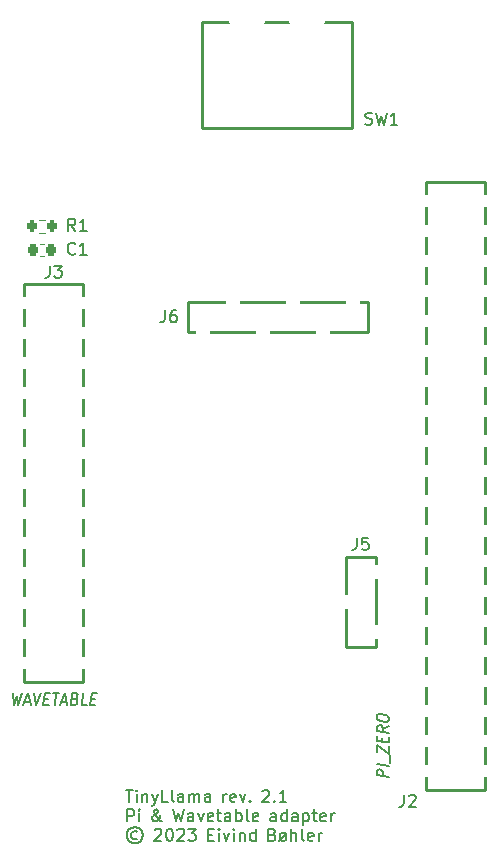
<source format=gto>
G04 #@! TF.GenerationSoftware,KiCad,Pcbnew,(7.0.0-0)*
G04 #@! TF.CreationDate,2023-03-19T22:54:23+01:00*
G04 #@! TF.ProjectId,TinyLlama-Wavetable,54696e79-4c6c-4616-9d61-2d5761766574,rev?*
G04 #@! TF.SameCoordinates,Original*
G04 #@! TF.FileFunction,Legend,Top*
G04 #@! TF.FilePolarity,Positive*
%FSLAX46Y46*%
G04 Gerber Fmt 4.6, Leading zero omitted, Abs format (unit mm)*
G04 Created by KiCad (PCBNEW (7.0.0-0)) date 2023-03-19 22:54:23*
%MOMM*%
%LPD*%
G01*
G04 APERTURE LIST*
G04 Aperture macros list*
%AMRoundRect*
0 Rectangle with rounded corners*
0 $1 Rounding radius*
0 $2 $3 $4 $5 $6 $7 $8 $9 X,Y pos of 4 corners*
0 Add a 4 corners polygon primitive as box body*
4,1,4,$2,$3,$4,$5,$6,$7,$8,$9,$2,$3,0*
0 Add four circle primitives for the rounded corners*
1,1,$1+$1,$2,$3*
1,1,$1+$1,$4,$5*
1,1,$1+$1,$6,$7*
1,1,$1+$1,$8,$9*
0 Add four rect primitives between the rounded corners*
20,1,$1+$1,$2,$3,$4,$5,0*
20,1,$1+$1,$4,$5,$6,$7,0*
20,1,$1+$1,$6,$7,$8,$9,0*
20,1,$1+$1,$8,$9,$2,$3,0*%
G04 Aperture macros list end*
%ADD10C,0.203200*%
%ADD11C,0.254000*%
%ADD12C,0.120000*%
%ADD13C,4.064000*%
%ADD14R,2.300000X1.020000*%
%ADD15R,1.270000X2.200000*%
%ADD16RoundRect,0.225000X-0.225000X-0.250000X0.225000X-0.250000X0.225000X0.250000X-0.225000X0.250000X0*%
%ADD17RoundRect,0.200000X0.200000X0.275000X-0.200000X0.275000X-0.200000X-0.275000X0.200000X-0.275000X0*%
%ADD18R,2.200000X1.270000*%
%ADD19C,3.000000*%
G04 APERTURE END LIST*
D10*
X-27903238Y-25711339D02*
X-27322666Y-25711339D01*
X-27612952Y-26727339D02*
X-27612952Y-25711339D01*
X-26984000Y-26727339D02*
X-26984000Y-26050005D01*
X-26984000Y-25711339D02*
X-27032381Y-25759720D01*
X-27032381Y-25759720D02*
X-26984000Y-25808100D01*
X-26984000Y-25808100D02*
X-26935619Y-25759720D01*
X-26935619Y-25759720D02*
X-26984000Y-25711339D01*
X-26984000Y-25711339D02*
X-26984000Y-25808100D01*
X-26500190Y-26050005D02*
X-26500190Y-26727339D01*
X-26500190Y-26146767D02*
X-26451809Y-26098386D01*
X-26451809Y-26098386D02*
X-26355047Y-26050005D01*
X-26355047Y-26050005D02*
X-26209904Y-26050005D01*
X-26209904Y-26050005D02*
X-26113142Y-26098386D01*
X-26113142Y-26098386D02*
X-26064761Y-26195148D01*
X-26064761Y-26195148D02*
X-26064761Y-26727339D01*
X-25677714Y-26050005D02*
X-25435809Y-26727339D01*
X-25193904Y-26050005D02*
X-25435809Y-26727339D01*
X-25435809Y-26727339D02*
X-25532571Y-26969243D01*
X-25532571Y-26969243D02*
X-25580952Y-27017624D01*
X-25580952Y-27017624D02*
X-25677714Y-27066005D01*
X-24323047Y-26727339D02*
X-24806857Y-26727339D01*
X-24806857Y-26727339D02*
X-24806857Y-25711339D01*
X-23839238Y-26727339D02*
X-23936000Y-26678958D01*
X-23936000Y-26678958D02*
X-23984381Y-26582196D01*
X-23984381Y-26582196D02*
X-23984381Y-25711339D01*
X-23016762Y-26727339D02*
X-23016762Y-26195148D01*
X-23016762Y-26195148D02*
X-23065143Y-26098386D01*
X-23065143Y-26098386D02*
X-23161905Y-26050005D01*
X-23161905Y-26050005D02*
X-23355429Y-26050005D01*
X-23355429Y-26050005D02*
X-23452191Y-26098386D01*
X-23016762Y-26678958D02*
X-23113524Y-26727339D01*
X-23113524Y-26727339D02*
X-23355429Y-26727339D01*
X-23355429Y-26727339D02*
X-23452191Y-26678958D01*
X-23452191Y-26678958D02*
X-23500572Y-26582196D01*
X-23500572Y-26582196D02*
X-23500572Y-26485434D01*
X-23500572Y-26485434D02*
X-23452191Y-26388672D01*
X-23452191Y-26388672D02*
X-23355429Y-26340291D01*
X-23355429Y-26340291D02*
X-23113524Y-26340291D01*
X-23113524Y-26340291D02*
X-23016762Y-26291910D01*
X-22532953Y-26727339D02*
X-22532953Y-26050005D01*
X-22532953Y-26146767D02*
X-22484572Y-26098386D01*
X-22484572Y-26098386D02*
X-22387810Y-26050005D01*
X-22387810Y-26050005D02*
X-22242667Y-26050005D01*
X-22242667Y-26050005D02*
X-22145905Y-26098386D01*
X-22145905Y-26098386D02*
X-22097524Y-26195148D01*
X-22097524Y-26195148D02*
X-22097524Y-26727339D01*
X-22097524Y-26195148D02*
X-22049143Y-26098386D01*
X-22049143Y-26098386D02*
X-21952381Y-26050005D01*
X-21952381Y-26050005D02*
X-21807238Y-26050005D01*
X-21807238Y-26050005D02*
X-21710477Y-26098386D01*
X-21710477Y-26098386D02*
X-21662096Y-26195148D01*
X-21662096Y-26195148D02*
X-21662096Y-26727339D01*
X-20742857Y-26727339D02*
X-20742857Y-26195148D01*
X-20742857Y-26195148D02*
X-20791238Y-26098386D01*
X-20791238Y-26098386D02*
X-20888000Y-26050005D01*
X-20888000Y-26050005D02*
X-21081524Y-26050005D01*
X-21081524Y-26050005D02*
X-21178286Y-26098386D01*
X-20742857Y-26678958D02*
X-20839619Y-26727339D01*
X-20839619Y-26727339D02*
X-21081524Y-26727339D01*
X-21081524Y-26727339D02*
X-21178286Y-26678958D01*
X-21178286Y-26678958D02*
X-21226667Y-26582196D01*
X-21226667Y-26582196D02*
X-21226667Y-26485434D01*
X-21226667Y-26485434D02*
X-21178286Y-26388672D01*
X-21178286Y-26388672D02*
X-21081524Y-26340291D01*
X-21081524Y-26340291D02*
X-20839619Y-26340291D01*
X-20839619Y-26340291D02*
X-20742857Y-26291910D01*
X-19649448Y-26727339D02*
X-19649448Y-26050005D01*
X-19649448Y-26243529D02*
X-19601067Y-26146767D01*
X-19601067Y-26146767D02*
X-19552686Y-26098386D01*
X-19552686Y-26098386D02*
X-19455924Y-26050005D01*
X-19455924Y-26050005D02*
X-19359162Y-26050005D01*
X-18633448Y-26678958D02*
X-18730210Y-26727339D01*
X-18730210Y-26727339D02*
X-18923734Y-26727339D01*
X-18923734Y-26727339D02*
X-19020496Y-26678958D01*
X-19020496Y-26678958D02*
X-19068877Y-26582196D01*
X-19068877Y-26582196D02*
X-19068877Y-26195148D01*
X-19068877Y-26195148D02*
X-19020496Y-26098386D01*
X-19020496Y-26098386D02*
X-18923734Y-26050005D01*
X-18923734Y-26050005D02*
X-18730210Y-26050005D01*
X-18730210Y-26050005D02*
X-18633448Y-26098386D01*
X-18633448Y-26098386D02*
X-18585067Y-26195148D01*
X-18585067Y-26195148D02*
X-18585067Y-26291910D01*
X-18585067Y-26291910D02*
X-19068877Y-26388672D01*
X-18246401Y-26050005D02*
X-18004496Y-26727339D01*
X-18004496Y-26727339D02*
X-17762591Y-26050005D01*
X-17375544Y-26630577D02*
X-17327163Y-26678958D01*
X-17327163Y-26678958D02*
X-17375544Y-26727339D01*
X-17375544Y-26727339D02*
X-17423925Y-26678958D01*
X-17423925Y-26678958D02*
X-17375544Y-26630577D01*
X-17375544Y-26630577D02*
X-17375544Y-26727339D01*
X-16330515Y-25808100D02*
X-16282134Y-25759720D01*
X-16282134Y-25759720D02*
X-16185372Y-25711339D01*
X-16185372Y-25711339D02*
X-15943467Y-25711339D01*
X-15943467Y-25711339D02*
X-15846705Y-25759720D01*
X-15846705Y-25759720D02*
X-15798324Y-25808100D01*
X-15798324Y-25808100D02*
X-15749943Y-25904862D01*
X-15749943Y-25904862D02*
X-15749943Y-26001624D01*
X-15749943Y-26001624D02*
X-15798324Y-26146767D01*
X-15798324Y-26146767D02*
X-16378896Y-26727339D01*
X-16378896Y-26727339D02*
X-15749943Y-26727339D01*
X-15314515Y-26630577D02*
X-15266134Y-26678958D01*
X-15266134Y-26678958D02*
X-15314515Y-26727339D01*
X-15314515Y-26727339D02*
X-15362896Y-26678958D01*
X-15362896Y-26678958D02*
X-15314515Y-26630577D01*
X-15314515Y-26630577D02*
X-15314515Y-26727339D01*
X-14298514Y-26727339D02*
X-14879086Y-26727339D01*
X-14588800Y-26727339D02*
X-14588800Y-25711339D01*
X-14588800Y-25711339D02*
X-14685562Y-25856481D01*
X-14685562Y-25856481D02*
X-14782324Y-25953243D01*
X-14782324Y-25953243D02*
X-14879086Y-26001624D01*
X-27758095Y-28373259D02*
X-27758095Y-27357259D01*
X-27758095Y-27357259D02*
X-27371047Y-27357259D01*
X-27371047Y-27357259D02*
X-27274285Y-27405640D01*
X-27274285Y-27405640D02*
X-27225904Y-27454020D01*
X-27225904Y-27454020D02*
X-27177523Y-27550782D01*
X-27177523Y-27550782D02*
X-27177523Y-27695925D01*
X-27177523Y-27695925D02*
X-27225904Y-27792687D01*
X-27225904Y-27792687D02*
X-27274285Y-27841068D01*
X-27274285Y-27841068D02*
X-27371047Y-27889449D01*
X-27371047Y-27889449D02*
X-27758095Y-27889449D01*
X-26742095Y-28373259D02*
X-26742095Y-27695925D01*
X-26742095Y-27357259D02*
X-26790476Y-27405640D01*
X-26790476Y-27405640D02*
X-26742095Y-27454020D01*
X-26742095Y-27454020D02*
X-26693714Y-27405640D01*
X-26693714Y-27405640D02*
X-26742095Y-27357259D01*
X-26742095Y-27357259D02*
X-26742095Y-27454020D01*
X-24826209Y-28373259D02*
X-24874590Y-28373259D01*
X-24874590Y-28373259D02*
X-24971351Y-28324878D01*
X-24971351Y-28324878D02*
X-25116494Y-28179735D01*
X-25116494Y-28179735D02*
X-25358399Y-27889449D01*
X-25358399Y-27889449D02*
X-25455161Y-27744306D01*
X-25455161Y-27744306D02*
X-25503542Y-27599163D01*
X-25503542Y-27599163D02*
X-25503542Y-27502401D01*
X-25503542Y-27502401D02*
X-25455161Y-27405640D01*
X-25455161Y-27405640D02*
X-25358399Y-27357259D01*
X-25358399Y-27357259D02*
X-25310018Y-27357259D01*
X-25310018Y-27357259D02*
X-25213256Y-27405640D01*
X-25213256Y-27405640D02*
X-25164875Y-27502401D01*
X-25164875Y-27502401D02*
X-25164875Y-27550782D01*
X-25164875Y-27550782D02*
X-25213256Y-27647544D01*
X-25213256Y-27647544D02*
X-25261637Y-27695925D01*
X-25261637Y-27695925D02*
X-25551923Y-27889449D01*
X-25551923Y-27889449D02*
X-25600304Y-27937830D01*
X-25600304Y-27937830D02*
X-25648685Y-28034592D01*
X-25648685Y-28034592D02*
X-25648685Y-28179735D01*
X-25648685Y-28179735D02*
X-25600304Y-28276497D01*
X-25600304Y-28276497D02*
X-25551923Y-28324878D01*
X-25551923Y-28324878D02*
X-25455161Y-28373259D01*
X-25455161Y-28373259D02*
X-25310018Y-28373259D01*
X-25310018Y-28373259D02*
X-25213256Y-28324878D01*
X-25213256Y-28324878D02*
X-25164875Y-28276497D01*
X-25164875Y-28276497D02*
X-25019732Y-28082973D01*
X-25019732Y-28082973D02*
X-24971351Y-27937830D01*
X-24971351Y-27937830D02*
X-24971351Y-27841068D01*
X-23877942Y-27357259D02*
X-23636037Y-28373259D01*
X-23636037Y-28373259D02*
X-23442513Y-27647544D01*
X-23442513Y-27647544D02*
X-23248989Y-28373259D01*
X-23248989Y-28373259D02*
X-23007085Y-27357259D01*
X-22184608Y-28373259D02*
X-22184608Y-27841068D01*
X-22184608Y-27841068D02*
X-22232989Y-27744306D01*
X-22232989Y-27744306D02*
X-22329751Y-27695925D01*
X-22329751Y-27695925D02*
X-22523275Y-27695925D01*
X-22523275Y-27695925D02*
X-22620037Y-27744306D01*
X-22184608Y-28324878D02*
X-22281370Y-28373259D01*
X-22281370Y-28373259D02*
X-22523275Y-28373259D01*
X-22523275Y-28373259D02*
X-22620037Y-28324878D01*
X-22620037Y-28324878D02*
X-22668418Y-28228116D01*
X-22668418Y-28228116D02*
X-22668418Y-28131354D01*
X-22668418Y-28131354D02*
X-22620037Y-28034592D01*
X-22620037Y-28034592D02*
X-22523275Y-27986211D01*
X-22523275Y-27986211D02*
X-22281370Y-27986211D01*
X-22281370Y-27986211D02*
X-22184608Y-27937830D01*
X-21797561Y-27695925D02*
X-21555656Y-28373259D01*
X-21555656Y-28373259D02*
X-21313751Y-27695925D01*
X-20539656Y-28324878D02*
X-20636418Y-28373259D01*
X-20636418Y-28373259D02*
X-20829942Y-28373259D01*
X-20829942Y-28373259D02*
X-20926704Y-28324878D01*
X-20926704Y-28324878D02*
X-20975085Y-28228116D01*
X-20975085Y-28228116D02*
X-20975085Y-27841068D01*
X-20975085Y-27841068D02*
X-20926704Y-27744306D01*
X-20926704Y-27744306D02*
X-20829942Y-27695925D01*
X-20829942Y-27695925D02*
X-20636418Y-27695925D01*
X-20636418Y-27695925D02*
X-20539656Y-27744306D01*
X-20539656Y-27744306D02*
X-20491275Y-27841068D01*
X-20491275Y-27841068D02*
X-20491275Y-27937830D01*
X-20491275Y-27937830D02*
X-20975085Y-28034592D01*
X-20200990Y-27695925D02*
X-19813942Y-27695925D01*
X-20055847Y-27357259D02*
X-20055847Y-28228116D01*
X-20055847Y-28228116D02*
X-20007466Y-28324878D01*
X-20007466Y-28324878D02*
X-19910704Y-28373259D01*
X-19910704Y-28373259D02*
X-19813942Y-28373259D01*
X-19039847Y-28373259D02*
X-19039847Y-27841068D01*
X-19039847Y-27841068D02*
X-19088228Y-27744306D01*
X-19088228Y-27744306D02*
X-19184990Y-27695925D01*
X-19184990Y-27695925D02*
X-19378514Y-27695925D01*
X-19378514Y-27695925D02*
X-19475276Y-27744306D01*
X-19039847Y-28324878D02*
X-19136609Y-28373259D01*
X-19136609Y-28373259D02*
X-19378514Y-28373259D01*
X-19378514Y-28373259D02*
X-19475276Y-28324878D01*
X-19475276Y-28324878D02*
X-19523657Y-28228116D01*
X-19523657Y-28228116D02*
X-19523657Y-28131354D01*
X-19523657Y-28131354D02*
X-19475276Y-28034592D01*
X-19475276Y-28034592D02*
X-19378514Y-27986211D01*
X-19378514Y-27986211D02*
X-19136609Y-27986211D01*
X-19136609Y-27986211D02*
X-19039847Y-27937830D01*
X-18556038Y-28373259D02*
X-18556038Y-27357259D01*
X-18556038Y-27744306D02*
X-18459276Y-27695925D01*
X-18459276Y-27695925D02*
X-18265752Y-27695925D01*
X-18265752Y-27695925D02*
X-18168990Y-27744306D01*
X-18168990Y-27744306D02*
X-18120609Y-27792687D01*
X-18120609Y-27792687D02*
X-18072228Y-27889449D01*
X-18072228Y-27889449D02*
X-18072228Y-28179735D01*
X-18072228Y-28179735D02*
X-18120609Y-28276497D01*
X-18120609Y-28276497D02*
X-18168990Y-28324878D01*
X-18168990Y-28324878D02*
X-18265752Y-28373259D01*
X-18265752Y-28373259D02*
X-18459276Y-28373259D01*
X-18459276Y-28373259D02*
X-18556038Y-28324878D01*
X-17491657Y-28373259D02*
X-17588419Y-28324878D01*
X-17588419Y-28324878D02*
X-17636800Y-28228116D01*
X-17636800Y-28228116D02*
X-17636800Y-27357259D01*
X-16717562Y-28324878D02*
X-16814324Y-28373259D01*
X-16814324Y-28373259D02*
X-17007848Y-28373259D01*
X-17007848Y-28373259D02*
X-17104610Y-28324878D01*
X-17104610Y-28324878D02*
X-17152991Y-28228116D01*
X-17152991Y-28228116D02*
X-17152991Y-27841068D01*
X-17152991Y-27841068D02*
X-17104610Y-27744306D01*
X-17104610Y-27744306D02*
X-17007848Y-27695925D01*
X-17007848Y-27695925D02*
X-16814324Y-27695925D01*
X-16814324Y-27695925D02*
X-16717562Y-27744306D01*
X-16717562Y-27744306D02*
X-16669181Y-27841068D01*
X-16669181Y-27841068D02*
X-16669181Y-27937830D01*
X-16669181Y-27937830D02*
X-17152991Y-28034592D01*
X-15188724Y-28373259D02*
X-15188724Y-27841068D01*
X-15188724Y-27841068D02*
X-15237105Y-27744306D01*
X-15237105Y-27744306D02*
X-15333867Y-27695925D01*
X-15333867Y-27695925D02*
X-15527391Y-27695925D01*
X-15527391Y-27695925D02*
X-15624153Y-27744306D01*
X-15188724Y-28324878D02*
X-15285486Y-28373259D01*
X-15285486Y-28373259D02*
X-15527391Y-28373259D01*
X-15527391Y-28373259D02*
X-15624153Y-28324878D01*
X-15624153Y-28324878D02*
X-15672534Y-28228116D01*
X-15672534Y-28228116D02*
X-15672534Y-28131354D01*
X-15672534Y-28131354D02*
X-15624153Y-28034592D01*
X-15624153Y-28034592D02*
X-15527391Y-27986211D01*
X-15527391Y-27986211D02*
X-15285486Y-27986211D01*
X-15285486Y-27986211D02*
X-15188724Y-27937830D01*
X-14269486Y-28373259D02*
X-14269486Y-27357259D01*
X-14269486Y-28324878D02*
X-14366248Y-28373259D01*
X-14366248Y-28373259D02*
X-14559772Y-28373259D01*
X-14559772Y-28373259D02*
X-14656534Y-28324878D01*
X-14656534Y-28324878D02*
X-14704915Y-28276497D01*
X-14704915Y-28276497D02*
X-14753296Y-28179735D01*
X-14753296Y-28179735D02*
X-14753296Y-27889449D01*
X-14753296Y-27889449D02*
X-14704915Y-27792687D01*
X-14704915Y-27792687D02*
X-14656534Y-27744306D01*
X-14656534Y-27744306D02*
X-14559772Y-27695925D01*
X-14559772Y-27695925D02*
X-14366248Y-27695925D01*
X-14366248Y-27695925D02*
X-14269486Y-27744306D01*
X-13350248Y-28373259D02*
X-13350248Y-27841068D01*
X-13350248Y-27841068D02*
X-13398629Y-27744306D01*
X-13398629Y-27744306D02*
X-13495391Y-27695925D01*
X-13495391Y-27695925D02*
X-13688915Y-27695925D01*
X-13688915Y-27695925D02*
X-13785677Y-27744306D01*
X-13350248Y-28324878D02*
X-13447010Y-28373259D01*
X-13447010Y-28373259D02*
X-13688915Y-28373259D01*
X-13688915Y-28373259D02*
X-13785677Y-28324878D01*
X-13785677Y-28324878D02*
X-13834058Y-28228116D01*
X-13834058Y-28228116D02*
X-13834058Y-28131354D01*
X-13834058Y-28131354D02*
X-13785677Y-28034592D01*
X-13785677Y-28034592D02*
X-13688915Y-27986211D01*
X-13688915Y-27986211D02*
X-13447010Y-27986211D01*
X-13447010Y-27986211D02*
X-13350248Y-27937830D01*
X-12866439Y-27695925D02*
X-12866439Y-28711925D01*
X-12866439Y-27744306D02*
X-12769677Y-27695925D01*
X-12769677Y-27695925D02*
X-12576153Y-27695925D01*
X-12576153Y-27695925D02*
X-12479391Y-27744306D01*
X-12479391Y-27744306D02*
X-12431010Y-27792687D01*
X-12431010Y-27792687D02*
X-12382629Y-27889449D01*
X-12382629Y-27889449D02*
X-12382629Y-28179735D01*
X-12382629Y-28179735D02*
X-12431010Y-28276497D01*
X-12431010Y-28276497D02*
X-12479391Y-28324878D01*
X-12479391Y-28324878D02*
X-12576153Y-28373259D01*
X-12576153Y-28373259D02*
X-12769677Y-28373259D01*
X-12769677Y-28373259D02*
X-12866439Y-28324878D01*
X-12092344Y-27695925D02*
X-11705296Y-27695925D01*
X-11947201Y-27357259D02*
X-11947201Y-28228116D01*
X-11947201Y-28228116D02*
X-11898820Y-28324878D01*
X-11898820Y-28324878D02*
X-11802058Y-28373259D01*
X-11802058Y-28373259D02*
X-11705296Y-28373259D01*
X-10979582Y-28324878D02*
X-11076344Y-28373259D01*
X-11076344Y-28373259D02*
X-11269868Y-28373259D01*
X-11269868Y-28373259D02*
X-11366630Y-28324878D01*
X-11366630Y-28324878D02*
X-11415011Y-28228116D01*
X-11415011Y-28228116D02*
X-11415011Y-27841068D01*
X-11415011Y-27841068D02*
X-11366630Y-27744306D01*
X-11366630Y-27744306D02*
X-11269868Y-27695925D01*
X-11269868Y-27695925D02*
X-11076344Y-27695925D01*
X-11076344Y-27695925D02*
X-10979582Y-27744306D01*
X-10979582Y-27744306D02*
X-10931201Y-27841068D01*
X-10931201Y-27841068D02*
X-10931201Y-27937830D01*
X-10931201Y-27937830D02*
X-11415011Y-28034592D01*
X-10495773Y-28373259D02*
X-10495773Y-27695925D01*
X-10495773Y-27889449D02*
X-10447392Y-27792687D01*
X-10447392Y-27792687D02*
X-10399011Y-27744306D01*
X-10399011Y-27744306D02*
X-10302249Y-27695925D01*
X-10302249Y-27695925D02*
X-10205487Y-27695925D01*
X-26935619Y-29245083D02*
X-27032380Y-29196702D01*
X-27032380Y-29196702D02*
X-27225904Y-29196702D01*
X-27225904Y-29196702D02*
X-27322666Y-29245083D01*
X-27322666Y-29245083D02*
X-27419428Y-29341845D01*
X-27419428Y-29341845D02*
X-27467809Y-29438607D01*
X-27467809Y-29438607D02*
X-27467809Y-29632131D01*
X-27467809Y-29632131D02*
X-27419428Y-29728893D01*
X-27419428Y-29728893D02*
X-27322666Y-29825655D01*
X-27322666Y-29825655D02*
X-27225904Y-29874036D01*
X-27225904Y-29874036D02*
X-27032380Y-29874036D01*
X-27032380Y-29874036D02*
X-26935619Y-29825655D01*
X-27129142Y-28858036D02*
X-27371047Y-28906417D01*
X-27371047Y-28906417D02*
X-27612952Y-29051560D01*
X-27612952Y-29051560D02*
X-27758095Y-29293464D01*
X-27758095Y-29293464D02*
X-27806476Y-29535369D01*
X-27806476Y-29535369D02*
X-27758095Y-29777274D01*
X-27758095Y-29777274D02*
X-27612952Y-30019179D01*
X-27612952Y-30019179D02*
X-27371047Y-30164321D01*
X-27371047Y-30164321D02*
X-27129142Y-30212702D01*
X-27129142Y-30212702D02*
X-26887238Y-30164321D01*
X-26887238Y-30164321D02*
X-26645333Y-30019179D01*
X-26645333Y-30019179D02*
X-26500190Y-29777274D01*
X-26500190Y-29777274D02*
X-26451809Y-29535369D01*
X-26451809Y-29535369D02*
X-26500190Y-29293464D01*
X-26500190Y-29293464D02*
X-26645333Y-29051560D01*
X-26645333Y-29051560D02*
X-26887238Y-28906417D01*
X-26887238Y-28906417D02*
X-27129142Y-28858036D01*
X-25455162Y-29099940D02*
X-25406781Y-29051560D01*
X-25406781Y-29051560D02*
X-25310019Y-29003179D01*
X-25310019Y-29003179D02*
X-25068114Y-29003179D01*
X-25068114Y-29003179D02*
X-24971352Y-29051560D01*
X-24971352Y-29051560D02*
X-24922971Y-29099940D01*
X-24922971Y-29099940D02*
X-24874590Y-29196702D01*
X-24874590Y-29196702D02*
X-24874590Y-29293464D01*
X-24874590Y-29293464D02*
X-24922971Y-29438607D01*
X-24922971Y-29438607D02*
X-25503543Y-30019179D01*
X-25503543Y-30019179D02*
X-24874590Y-30019179D01*
X-24245638Y-29003179D02*
X-24148876Y-29003179D01*
X-24148876Y-29003179D02*
X-24052114Y-29051560D01*
X-24052114Y-29051560D02*
X-24003733Y-29099940D01*
X-24003733Y-29099940D02*
X-23955352Y-29196702D01*
X-23955352Y-29196702D02*
X-23906971Y-29390226D01*
X-23906971Y-29390226D02*
X-23906971Y-29632131D01*
X-23906971Y-29632131D02*
X-23955352Y-29825655D01*
X-23955352Y-29825655D02*
X-24003733Y-29922417D01*
X-24003733Y-29922417D02*
X-24052114Y-29970798D01*
X-24052114Y-29970798D02*
X-24148876Y-30019179D01*
X-24148876Y-30019179D02*
X-24245638Y-30019179D01*
X-24245638Y-30019179D02*
X-24342400Y-29970798D01*
X-24342400Y-29970798D02*
X-24390781Y-29922417D01*
X-24390781Y-29922417D02*
X-24439162Y-29825655D01*
X-24439162Y-29825655D02*
X-24487543Y-29632131D01*
X-24487543Y-29632131D02*
X-24487543Y-29390226D01*
X-24487543Y-29390226D02*
X-24439162Y-29196702D01*
X-24439162Y-29196702D02*
X-24390781Y-29099940D01*
X-24390781Y-29099940D02*
X-24342400Y-29051560D01*
X-24342400Y-29051560D02*
X-24245638Y-29003179D01*
X-23519924Y-29099940D02*
X-23471543Y-29051560D01*
X-23471543Y-29051560D02*
X-23374781Y-29003179D01*
X-23374781Y-29003179D02*
X-23132876Y-29003179D01*
X-23132876Y-29003179D02*
X-23036114Y-29051560D01*
X-23036114Y-29051560D02*
X-22987733Y-29099940D01*
X-22987733Y-29099940D02*
X-22939352Y-29196702D01*
X-22939352Y-29196702D02*
X-22939352Y-29293464D01*
X-22939352Y-29293464D02*
X-22987733Y-29438607D01*
X-22987733Y-29438607D02*
X-23568305Y-30019179D01*
X-23568305Y-30019179D02*
X-22939352Y-30019179D01*
X-22600686Y-29003179D02*
X-21971733Y-29003179D01*
X-21971733Y-29003179D02*
X-22310400Y-29390226D01*
X-22310400Y-29390226D02*
X-22165257Y-29390226D01*
X-22165257Y-29390226D02*
X-22068495Y-29438607D01*
X-22068495Y-29438607D02*
X-22020114Y-29486988D01*
X-22020114Y-29486988D02*
X-21971733Y-29583750D01*
X-21971733Y-29583750D02*
X-21971733Y-29825655D01*
X-21971733Y-29825655D02*
X-22020114Y-29922417D01*
X-22020114Y-29922417D02*
X-22068495Y-29970798D01*
X-22068495Y-29970798D02*
X-22165257Y-30019179D01*
X-22165257Y-30019179D02*
X-22455543Y-30019179D01*
X-22455543Y-30019179D02*
X-22552305Y-29970798D01*
X-22552305Y-29970798D02*
X-22600686Y-29922417D01*
X-20926705Y-29486988D02*
X-20588038Y-29486988D01*
X-20442895Y-30019179D02*
X-20926705Y-30019179D01*
X-20926705Y-30019179D02*
X-20926705Y-29003179D01*
X-20926705Y-29003179D02*
X-20442895Y-29003179D01*
X-20007467Y-30019179D02*
X-20007467Y-29341845D01*
X-20007467Y-29003179D02*
X-20055848Y-29051560D01*
X-20055848Y-29051560D02*
X-20007467Y-29099940D01*
X-20007467Y-29099940D02*
X-19959086Y-29051560D01*
X-19959086Y-29051560D02*
X-20007467Y-29003179D01*
X-20007467Y-29003179D02*
X-20007467Y-29099940D01*
X-19620419Y-29341845D02*
X-19378514Y-30019179D01*
X-19378514Y-30019179D02*
X-19136609Y-29341845D01*
X-18749562Y-30019179D02*
X-18749562Y-29341845D01*
X-18749562Y-29003179D02*
X-18797943Y-29051560D01*
X-18797943Y-29051560D02*
X-18749562Y-29099940D01*
X-18749562Y-29099940D02*
X-18701181Y-29051560D01*
X-18701181Y-29051560D02*
X-18749562Y-29003179D01*
X-18749562Y-29003179D02*
X-18749562Y-29099940D01*
X-18265752Y-29341845D02*
X-18265752Y-30019179D01*
X-18265752Y-29438607D02*
X-18217371Y-29390226D01*
X-18217371Y-29390226D02*
X-18120609Y-29341845D01*
X-18120609Y-29341845D02*
X-17975466Y-29341845D01*
X-17975466Y-29341845D02*
X-17878704Y-29390226D01*
X-17878704Y-29390226D02*
X-17830323Y-29486988D01*
X-17830323Y-29486988D02*
X-17830323Y-30019179D01*
X-16911085Y-30019179D02*
X-16911085Y-29003179D01*
X-16911085Y-29970798D02*
X-17007847Y-30019179D01*
X-17007847Y-30019179D02*
X-17201371Y-30019179D01*
X-17201371Y-30019179D02*
X-17298133Y-29970798D01*
X-17298133Y-29970798D02*
X-17346514Y-29922417D01*
X-17346514Y-29922417D02*
X-17394895Y-29825655D01*
X-17394895Y-29825655D02*
X-17394895Y-29535369D01*
X-17394895Y-29535369D02*
X-17346514Y-29438607D01*
X-17346514Y-29438607D02*
X-17298133Y-29390226D01*
X-17298133Y-29390226D02*
X-17201371Y-29341845D01*
X-17201371Y-29341845D02*
X-17007847Y-29341845D01*
X-17007847Y-29341845D02*
X-16911085Y-29390226D01*
X-15479009Y-29486988D02*
X-15333866Y-29535369D01*
X-15333866Y-29535369D02*
X-15285485Y-29583750D01*
X-15285485Y-29583750D02*
X-15237104Y-29680512D01*
X-15237104Y-29680512D02*
X-15237104Y-29825655D01*
X-15237104Y-29825655D02*
X-15285485Y-29922417D01*
X-15285485Y-29922417D02*
X-15333866Y-29970798D01*
X-15333866Y-29970798D02*
X-15430628Y-30019179D01*
X-15430628Y-30019179D02*
X-15817676Y-30019179D01*
X-15817676Y-30019179D02*
X-15817676Y-29003179D01*
X-15817676Y-29003179D02*
X-15479009Y-29003179D01*
X-15479009Y-29003179D02*
X-15382247Y-29051560D01*
X-15382247Y-29051560D02*
X-15333866Y-29099940D01*
X-15333866Y-29099940D02*
X-15285485Y-29196702D01*
X-15285485Y-29196702D02*
X-15285485Y-29293464D01*
X-15285485Y-29293464D02*
X-15333866Y-29390226D01*
X-15333866Y-29390226D02*
X-15382247Y-29438607D01*
X-15382247Y-29438607D02*
X-15479009Y-29486988D01*
X-15479009Y-29486988D02*
X-15817676Y-29486988D01*
X-14269485Y-29341845D02*
X-14898438Y-30019179D01*
X-14656533Y-30019179D02*
X-14753295Y-29970798D01*
X-14753295Y-29970798D02*
X-14801676Y-29922417D01*
X-14801676Y-29922417D02*
X-14850057Y-29825655D01*
X-14850057Y-29825655D02*
X-14850057Y-29535369D01*
X-14850057Y-29535369D02*
X-14801676Y-29438607D01*
X-14801676Y-29438607D02*
X-14753295Y-29390226D01*
X-14753295Y-29390226D02*
X-14656533Y-29341845D01*
X-14656533Y-29341845D02*
X-14511390Y-29341845D01*
X-14511390Y-29341845D02*
X-14414628Y-29390226D01*
X-14414628Y-29390226D02*
X-14366247Y-29438607D01*
X-14366247Y-29438607D02*
X-14317866Y-29535369D01*
X-14317866Y-29535369D02*
X-14317866Y-29825655D01*
X-14317866Y-29825655D02*
X-14366247Y-29922417D01*
X-14366247Y-29922417D02*
X-14414628Y-29970798D01*
X-14414628Y-29970798D02*
X-14511390Y-30019179D01*
X-14511390Y-30019179D02*
X-14656533Y-30019179D01*
X-13882438Y-30019179D02*
X-13882438Y-29003179D01*
X-13447009Y-30019179D02*
X-13447009Y-29486988D01*
X-13447009Y-29486988D02*
X-13495390Y-29390226D01*
X-13495390Y-29390226D02*
X-13592152Y-29341845D01*
X-13592152Y-29341845D02*
X-13737295Y-29341845D01*
X-13737295Y-29341845D02*
X-13834057Y-29390226D01*
X-13834057Y-29390226D02*
X-13882438Y-29438607D01*
X-12818057Y-30019179D02*
X-12914819Y-29970798D01*
X-12914819Y-29970798D02*
X-12963200Y-29874036D01*
X-12963200Y-29874036D02*
X-12963200Y-29003179D01*
X-12043962Y-29970798D02*
X-12140724Y-30019179D01*
X-12140724Y-30019179D02*
X-12334248Y-30019179D01*
X-12334248Y-30019179D02*
X-12431010Y-29970798D01*
X-12431010Y-29970798D02*
X-12479391Y-29874036D01*
X-12479391Y-29874036D02*
X-12479391Y-29486988D01*
X-12479391Y-29486988D02*
X-12431010Y-29390226D01*
X-12431010Y-29390226D02*
X-12334248Y-29341845D01*
X-12334248Y-29341845D02*
X-12140724Y-29341845D01*
X-12140724Y-29341845D02*
X-12043962Y-29390226D01*
X-12043962Y-29390226D02*
X-11995581Y-29486988D01*
X-11995581Y-29486988D02*
X-11995581Y-29583750D01*
X-11995581Y-29583750D02*
X-12479391Y-29680512D01*
X-11560153Y-30019179D02*
X-11560153Y-29341845D01*
X-11560153Y-29535369D02*
X-11511772Y-29438607D01*
X-11511772Y-29438607D02*
X-11463391Y-29390226D01*
X-11463391Y-29390226D02*
X-11366629Y-29341845D01*
X-11366629Y-29341845D02*
X-11269867Y-29341845D01*
X-34338666Y18692740D02*
X-34338666Y17967026D01*
X-34338666Y17967026D02*
X-34387047Y17821883D01*
X-34387047Y17821883D02*
X-34483809Y17725121D01*
X-34483809Y17725121D02*
X-34628952Y17676740D01*
X-34628952Y17676740D02*
X-34725714Y17676740D01*
X-33951619Y18692740D02*
X-33322666Y18692740D01*
X-33322666Y18692740D02*
X-33661333Y18305693D01*
X-33661333Y18305693D02*
X-33516190Y18305693D01*
X-33516190Y18305693D02*
X-33419428Y18257312D01*
X-33419428Y18257312D02*
X-33371047Y18208931D01*
X-33371047Y18208931D02*
X-33322666Y18112169D01*
X-33322666Y18112169D02*
X-33322666Y17870264D01*
X-33322666Y17870264D02*
X-33371047Y17773502D01*
X-33371047Y17773502D02*
X-33419428Y17725121D01*
X-33419428Y17725121D02*
X-33516190Y17676740D01*
X-33516190Y17676740D02*
X-33806476Y17676740D01*
X-33806476Y17676740D02*
X-33903238Y17725121D01*
X-33903238Y17725121D02*
X-33951619Y17773502D01*
X-37437465Y-17502259D02*
X-37346751Y-18518259D01*
X-37346751Y-18518259D02*
X-37081865Y-17792544D01*
X-37081865Y-17792544D02*
X-36998408Y-18518259D01*
X-36998408Y-18518259D02*
X-36653694Y-17502259D01*
X-36439608Y-18227973D02*
X-36004179Y-18227973D01*
X-36562979Y-18518259D02*
X-36131179Y-17502259D01*
X-36131179Y-17502259D02*
X-35953379Y-18518259D01*
X-35652208Y-17502259D02*
X-35474408Y-18518259D01*
X-35474408Y-18518259D02*
X-35042608Y-17502259D01*
X-34798285Y-17986068D02*
X-34493485Y-17986068D01*
X-34429380Y-18518259D02*
X-34864809Y-18518259D01*
X-34864809Y-18518259D02*
X-34737809Y-17502259D01*
X-34737809Y-17502259D02*
X-34302380Y-17502259D01*
X-34041123Y-17502259D02*
X-33518609Y-17502259D01*
X-33906866Y-18518259D02*
X-33779866Y-17502259D01*
X-33348066Y-18227973D02*
X-32912637Y-18227973D01*
X-33471437Y-18518259D02*
X-33039637Y-17502259D01*
X-33039637Y-17502259D02*
X-32861837Y-18518259D01*
X-32185714Y-17986068D02*
X-32061133Y-18034449D01*
X-32061133Y-18034449D02*
X-32023638Y-18082830D01*
X-32023638Y-18082830D02*
X-31992190Y-18179592D01*
X-31992190Y-18179592D02*
X-32010333Y-18324735D01*
X-32010333Y-18324735D02*
X-32065971Y-18421497D01*
X-32065971Y-18421497D02*
X-32115561Y-18469878D01*
X-32115561Y-18469878D02*
X-32208695Y-18518259D01*
X-32208695Y-18518259D02*
X-32557038Y-18518259D01*
X-32557038Y-18518259D02*
X-32430038Y-17502259D01*
X-32430038Y-17502259D02*
X-32125238Y-17502259D01*
X-32125238Y-17502259D02*
X-32044200Y-17550640D01*
X-32044200Y-17550640D02*
X-32006704Y-17599020D01*
X-32006704Y-17599020D02*
X-31975257Y-17695782D01*
X-31975257Y-17695782D02*
X-31987352Y-17792544D01*
X-31987352Y-17792544D02*
X-32042990Y-17889306D01*
X-32042990Y-17889306D02*
X-32092580Y-17937687D01*
X-32092580Y-17937687D02*
X-32185714Y-17986068D01*
X-32185714Y-17986068D02*
X-32490514Y-17986068D01*
X-31207209Y-18518259D02*
X-31642638Y-18518259D01*
X-31642638Y-18518259D02*
X-31515638Y-17502259D01*
X-30835885Y-17986068D02*
X-30531085Y-17986068D01*
X-30466980Y-18518259D02*
X-30902409Y-18518259D01*
X-30902409Y-18518259D02*
X-30775409Y-17502259D01*
X-30775409Y-17502259D02*
X-30339980Y-17502259D01*
X-24588666Y14892740D02*
X-24588666Y14167026D01*
X-24588666Y14167026D02*
X-24637047Y14021883D01*
X-24637047Y14021883D02*
X-24733809Y13925121D01*
X-24733809Y13925121D02*
X-24878952Y13876740D01*
X-24878952Y13876740D02*
X-24975714Y13876740D01*
X-23669428Y14892740D02*
X-23862952Y14892740D01*
X-23862952Y14892740D02*
X-23959714Y14844360D01*
X-23959714Y14844360D02*
X-24008095Y14795979D01*
X-24008095Y14795979D02*
X-24104857Y14650836D01*
X-24104857Y14650836D02*
X-24153238Y14457312D01*
X-24153238Y14457312D02*
X-24153238Y14070264D01*
X-24153238Y14070264D02*
X-24104857Y13973502D01*
X-24104857Y13973502D02*
X-24056476Y13925121D01*
X-24056476Y13925121D02*
X-23959714Y13876740D01*
X-23959714Y13876740D02*
X-23766190Y13876740D01*
X-23766190Y13876740D02*
X-23669428Y13925121D01*
X-23669428Y13925121D02*
X-23621047Y13973502D01*
X-23621047Y13973502D02*
X-23572666Y14070264D01*
X-23572666Y14070264D02*
X-23572666Y14312169D01*
X-23572666Y14312169D02*
X-23621047Y14408931D01*
X-23621047Y14408931D02*
X-23669428Y14457312D01*
X-23669428Y14457312D02*
X-23766190Y14505693D01*
X-23766190Y14505693D02*
X-23959714Y14505693D01*
X-23959714Y14505693D02*
X-24056476Y14457312D01*
X-24056476Y14457312D02*
X-24104857Y14408931D01*
X-24104857Y14408931D02*
X-24153238Y14312169D01*
X-32169332Y19723502D02*
X-32217713Y19675121D01*
X-32217713Y19675121D02*
X-32362856Y19626740D01*
X-32362856Y19626740D02*
X-32459618Y19626740D01*
X-32459618Y19626740D02*
X-32604761Y19675121D01*
X-32604761Y19675121D02*
X-32701523Y19771883D01*
X-32701523Y19771883D02*
X-32749904Y19868645D01*
X-32749904Y19868645D02*
X-32798285Y20062169D01*
X-32798285Y20062169D02*
X-32798285Y20207312D01*
X-32798285Y20207312D02*
X-32749904Y20400836D01*
X-32749904Y20400836D02*
X-32701523Y20497598D01*
X-32701523Y20497598D02*
X-32604761Y20594360D01*
X-32604761Y20594360D02*
X-32459618Y20642740D01*
X-32459618Y20642740D02*
X-32362856Y20642740D01*
X-32362856Y20642740D02*
X-32217713Y20594360D01*
X-32217713Y20594360D02*
X-32169332Y20545979D01*
X-31201713Y19626740D02*
X-31782285Y19626740D01*
X-31491999Y19626740D02*
X-31491999Y20642740D01*
X-31491999Y20642740D02*
X-31588761Y20497598D01*
X-31588761Y20497598D02*
X-31685523Y20400836D01*
X-31685523Y20400836D02*
X-31782285Y20352455D01*
X-32169332Y21626740D02*
X-32507999Y22110550D01*
X-32749904Y21626740D02*
X-32749904Y22642740D01*
X-32749904Y22642740D02*
X-32362856Y22642740D01*
X-32362856Y22642740D02*
X-32266094Y22594360D01*
X-32266094Y22594360D02*
X-32217713Y22545979D01*
X-32217713Y22545979D02*
X-32169332Y22449217D01*
X-32169332Y22449217D02*
X-32169332Y22304074D01*
X-32169332Y22304074D02*
X-32217713Y22207312D01*
X-32217713Y22207312D02*
X-32266094Y22158931D01*
X-32266094Y22158931D02*
X-32362856Y22110550D01*
X-32362856Y22110550D02*
X-32749904Y22110550D01*
X-31201713Y21626740D02*
X-31782285Y21626740D01*
X-31491999Y21626740D02*
X-31491999Y22642740D01*
X-31491999Y22642740D02*
X-31588761Y22497598D01*
X-31588761Y22497598D02*
X-31685523Y22400836D01*
X-31685523Y22400836D02*
X-31782285Y22352455D01*
X-8338666Y-4357259D02*
X-8338666Y-5082973D01*
X-8338666Y-5082973D02*
X-8387047Y-5228116D01*
X-8387047Y-5228116D02*
X-8483809Y-5324878D01*
X-8483809Y-5324878D02*
X-8628952Y-5373259D01*
X-8628952Y-5373259D02*
X-8725714Y-5373259D01*
X-7371047Y-4357259D02*
X-7854857Y-4357259D01*
X-7854857Y-4357259D02*
X-7903238Y-4841068D01*
X-7903238Y-4841068D02*
X-7854857Y-4792687D01*
X-7854857Y-4792687D02*
X-7758095Y-4744306D01*
X-7758095Y-4744306D02*
X-7516190Y-4744306D01*
X-7516190Y-4744306D02*
X-7419428Y-4792687D01*
X-7419428Y-4792687D02*
X-7371047Y-4841068D01*
X-7371047Y-4841068D02*
X-7322666Y-4937830D01*
X-7322666Y-4937830D02*
X-7322666Y-5179735D01*
X-7322666Y-5179735D02*
X-7371047Y-5276497D01*
X-7371047Y-5276497D02*
X-7419428Y-5324878D01*
X-7419428Y-5324878D02*
X-7516190Y-5373259D01*
X-7516190Y-5373259D02*
X-7758095Y-5373259D01*
X-7758095Y-5373259D02*
X-7854857Y-5324878D01*
X-7854857Y-5324878D02*
X-7903238Y-5276497D01*
X-4338666Y-26107259D02*
X-4338666Y-26832973D01*
X-4338666Y-26832973D02*
X-4387047Y-26978116D01*
X-4387047Y-26978116D02*
X-4483809Y-27074878D01*
X-4483809Y-27074878D02*
X-4628952Y-27123259D01*
X-4628952Y-27123259D02*
X-4725714Y-27123259D01*
X-3903238Y-26204020D02*
X-3854857Y-26155640D01*
X-3854857Y-26155640D02*
X-3758095Y-26107259D01*
X-3758095Y-26107259D02*
X-3516190Y-26107259D01*
X-3516190Y-26107259D02*
X-3419428Y-26155640D01*
X-3419428Y-26155640D02*
X-3371047Y-26204020D01*
X-3371047Y-26204020D02*
X-3322666Y-26300782D01*
X-3322666Y-26300782D02*
X-3322666Y-26397544D01*
X-3322666Y-26397544D02*
X-3371047Y-26542687D01*
X-3371047Y-26542687D02*
X-3951619Y-27123259D01*
X-3951619Y-27123259D02*
X-3322666Y-27123259D01*
X-5626740Y-24581728D02*
X-6642740Y-24454728D01*
X-6642740Y-24454728D02*
X-6642740Y-24106385D01*
X-6642740Y-24106385D02*
X-6594360Y-24025347D01*
X-6594360Y-24025347D02*
X-6545979Y-23987851D01*
X-6545979Y-23987851D02*
X-6449217Y-23956404D01*
X-6449217Y-23956404D02*
X-6304074Y-23974547D01*
X-6304074Y-23974547D02*
X-6207312Y-24030185D01*
X-6207312Y-24030185D02*
X-6158931Y-24079775D01*
X-6158931Y-24079775D02*
X-6110550Y-24172909D01*
X-6110550Y-24172909D02*
X-6110550Y-24521251D01*
X-5626740Y-23667328D02*
X-6642740Y-23540328D01*
X-5529979Y-23461708D02*
X-5529979Y-22765022D01*
X-6642740Y-22501346D02*
X-6642740Y-21891746D01*
X-6642740Y-21891746D02*
X-5626740Y-22628346D01*
X-5626740Y-22628346D02*
X-5626740Y-22018746D01*
X-6158931Y-21603880D02*
X-6158931Y-21299080D01*
X-5626740Y-21234975D02*
X-5626740Y-21670404D01*
X-5626740Y-21670404D02*
X-6642740Y-21543404D01*
X-6642740Y-21543404D02*
X-6642740Y-21107975D01*
X-5626740Y-20320575D02*
X-6110550Y-20564899D01*
X-5626740Y-20843090D02*
X-6642740Y-20716090D01*
X-6642740Y-20716090D02*
X-6642740Y-20367747D01*
X-6642740Y-20367747D02*
X-6594360Y-20286709D01*
X-6594360Y-20286709D02*
X-6545979Y-20249213D01*
X-6545979Y-20249213D02*
X-6449217Y-20217766D01*
X-6449217Y-20217766D02*
X-6304074Y-20235909D01*
X-6304074Y-20235909D02*
X-6207312Y-20291547D01*
X-6207312Y-20291547D02*
X-6158931Y-20341137D01*
X-6158931Y-20341137D02*
X-6110550Y-20434271D01*
X-6110550Y-20434271D02*
X-6110550Y-20782613D01*
X-6642740Y-19627518D02*
X-6642740Y-19453347D01*
X-6642740Y-19453347D02*
X-6594360Y-19372309D01*
X-6594360Y-19372309D02*
X-6497598Y-19297318D01*
X-6497598Y-19297318D02*
X-6304074Y-19277966D01*
X-6304074Y-19277966D02*
X-5965407Y-19320299D01*
X-5965407Y-19320299D02*
X-5771883Y-19388032D01*
X-5771883Y-19388032D02*
X-5675121Y-19487213D01*
X-5675121Y-19487213D02*
X-5626740Y-19580347D01*
X-5626740Y-19580347D02*
X-5626740Y-19754518D01*
X-5626740Y-19754518D02*
X-5675121Y-19835556D01*
X-5675121Y-19835556D02*
X-5771883Y-19910547D01*
X-5771883Y-19910547D02*
X-5965407Y-19929899D01*
X-5965407Y-19929899D02*
X-6304074Y-19887566D01*
X-6304074Y-19887566D02*
X-6497598Y-19819832D01*
X-6497598Y-19819832D02*
X-6594360Y-19720652D01*
X-6594360Y-19720652D02*
X-6642740Y-19627518D01*
X-7604666Y30675121D02*
X-7459523Y30626740D01*
X-7459523Y30626740D02*
X-7217618Y30626740D01*
X-7217618Y30626740D02*
X-7120856Y30675121D01*
X-7120856Y30675121D02*
X-7072475Y30723502D01*
X-7072475Y30723502D02*
X-7024094Y30820264D01*
X-7024094Y30820264D02*
X-7024094Y30917026D01*
X-7024094Y30917026D02*
X-7072475Y31013788D01*
X-7072475Y31013788D02*
X-7120856Y31062169D01*
X-7120856Y31062169D02*
X-7217618Y31110550D01*
X-7217618Y31110550D02*
X-7411142Y31158931D01*
X-7411142Y31158931D02*
X-7507904Y31207312D01*
X-7507904Y31207312D02*
X-7556285Y31255693D01*
X-7556285Y31255693D02*
X-7604666Y31352455D01*
X-7604666Y31352455D02*
X-7604666Y31449217D01*
X-7604666Y31449217D02*
X-7556285Y31545979D01*
X-7556285Y31545979D02*
X-7507904Y31594360D01*
X-7507904Y31594360D02*
X-7411142Y31642740D01*
X-7411142Y31642740D02*
X-7169237Y31642740D01*
X-7169237Y31642740D02*
X-7024094Y31594360D01*
X-6685428Y31642740D02*
X-6443523Y30626740D01*
X-6443523Y30626740D02*
X-6249999Y31352455D01*
X-6249999Y31352455D02*
X-6056475Y30626740D01*
X-6056475Y30626740D02*
X-5814571Y31642740D01*
X-4895332Y30626740D02*
X-5475904Y30626740D01*
X-5185618Y30626740D02*
X-5185618Y31642740D01*
X-5185618Y31642740D02*
X-5282380Y31497598D01*
X-5282380Y31497598D02*
X-5379142Y31400836D01*
X-5379142Y31400836D02*
X-5475904Y31352455D01*
D11*
X-36500000Y17110000D02*
X-36500000Y-16570000D01*
X-36500000Y-16570000D02*
X-31500000Y-16570000D01*
X-31500000Y17110000D02*
X-36500000Y17110000D01*
X-31500000Y17110000D02*
X-31500000Y-16570000D01*
X-7380000Y13035000D02*
X-22620000Y13035000D01*
X-7380000Y15575000D02*
X-7380000Y13035000D01*
X-22620000Y13035000D02*
X-22620000Y15575000D01*
X-22620000Y15575000D02*
X-7380000Y15575000D01*
D12*
X-35140580Y20510000D02*
X-34859420Y20510000D01*
X-35140580Y19490000D02*
X-34859420Y19490000D01*
X-34762742Y21477500D02*
X-35237258Y21477500D01*
X-34762742Y22522500D02*
X-35237258Y22522500D01*
D11*
X-9285000Y-13635000D02*
X-9285000Y-6015000D01*
X-6745000Y-13635000D02*
X-9285000Y-13635000D01*
X-9285000Y-6015000D02*
X-6745000Y-6015000D01*
X-6745000Y-6015000D02*
X-6745000Y-13635000D01*
X-2500000Y25730000D02*
X-2500000Y-25730000D01*
X-2500000Y-25730000D02*
X2500000Y-25730000D01*
X2500000Y25730000D02*
X-2500000Y25730000D01*
X2500000Y25730000D02*
X2500000Y-25730000D01*
X-21400000Y39350000D02*
X-21400000Y30350000D01*
X-21400000Y39350000D02*
X-8700000Y39350000D01*
X-21400000Y30350000D02*
X-8700000Y30350000D01*
X-8700000Y39350000D02*
X-8700000Y30350000D01*
%LPC*%
D13*
X0Y-29000000D03*
D14*
X-31099999Y-14969999D03*
X-36899999Y-14969999D03*
X-31099999Y-12429999D03*
X-36899999Y-12429999D03*
X-31099999Y-9889999D03*
X-36899999Y-9889999D03*
X-31099999Y-7349999D03*
X-36899999Y-7349999D03*
X-31099999Y-4809999D03*
X-36899999Y-4809999D03*
X-31099999Y-2269999D03*
X-36899999Y-2269999D03*
X-31099999Y269999D03*
X-36899999Y269999D03*
X-31099999Y2809999D03*
X-36899999Y2809999D03*
X-31099999Y5349999D03*
X-36899999Y5349999D03*
X-31099999Y7889999D03*
X-36899999Y7889999D03*
X-31099999Y10429999D03*
X-36899999Y10429999D03*
X-31099999Y12969999D03*
X-36899999Y12969999D03*
X-31099999Y15509999D03*
X-36899999Y15509999D03*
D15*
X-8649999Y16104999D03*
X-11189999Y12504999D03*
X-13729999Y16104999D03*
X-16269999Y12504999D03*
X-18809999Y16104999D03*
X-21349999Y12504999D03*
D16*
X-35775000Y20000000D03*
X-34225000Y20000000D03*
D17*
X-34175000Y22000000D03*
X-35825000Y22000000D03*
D18*
X-6214999Y-12364999D03*
X-9814999Y-9824999D03*
X-6214999Y-7284999D03*
D14*
X-2899999Y24129999D03*
X2899999Y24129999D03*
X-2899999Y21589999D03*
X2899999Y21589999D03*
X-2899999Y19049999D03*
X2899999Y19049999D03*
X-2899999Y16509999D03*
X2899999Y16509999D03*
X-2899999Y13969999D03*
X2899999Y13969999D03*
X-2899999Y11429999D03*
X2899999Y11429999D03*
X-2899999Y8889999D03*
X2899999Y8889999D03*
X-2899999Y6349999D03*
X2899999Y6349999D03*
X-2899999Y3809999D03*
X2899999Y3809999D03*
X-2899999Y1269999D03*
X2899999Y1269999D03*
X-2899999Y-1269999D03*
X2899999Y-1269999D03*
X-2899999Y-3809999D03*
X2899999Y-3809999D03*
X-2899999Y-6349999D03*
X2899999Y-6349999D03*
X-2899999Y-8889999D03*
X2899999Y-8889999D03*
X-2899999Y-11429999D03*
X2899999Y-11429999D03*
X-2899999Y-13969999D03*
X2899999Y-13969999D03*
X-2899999Y-16509999D03*
X2899999Y-16509999D03*
X-2899999Y-19049999D03*
X2899999Y-19049999D03*
X-2899999Y-21589999D03*
X2899999Y-21589999D03*
X-2899999Y-24129999D03*
X2899999Y-24129999D03*
D13*
X0Y29000000D03*
D19*
X-17590000Y39350000D03*
X-12510000Y39350000D03*
X-19750000Y26650000D03*
X-15050000Y26650000D03*
X-10350000Y26650000D03*
M02*

</source>
